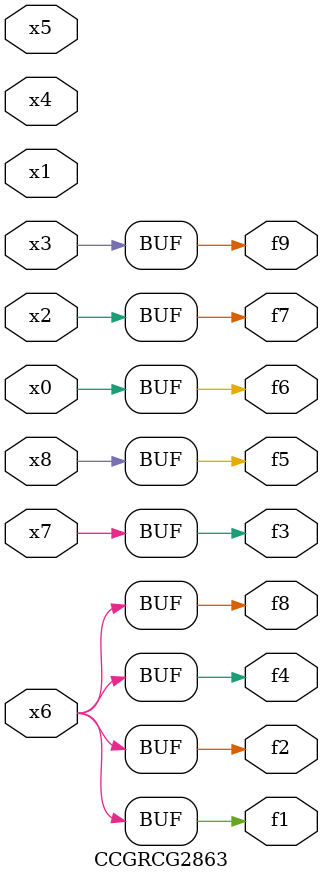
<source format=v>
module CCGRCG2863(
	input x0, x1, x2, x3, x4, x5, x6, x7, x8,
	output f1, f2, f3, f4, f5, f6, f7, f8, f9
);
	assign f1 = x6;
	assign f2 = x6;
	assign f3 = x7;
	assign f4 = x6;
	assign f5 = x8;
	assign f6 = x0;
	assign f7 = x2;
	assign f8 = x6;
	assign f9 = x3;
endmodule

</source>
